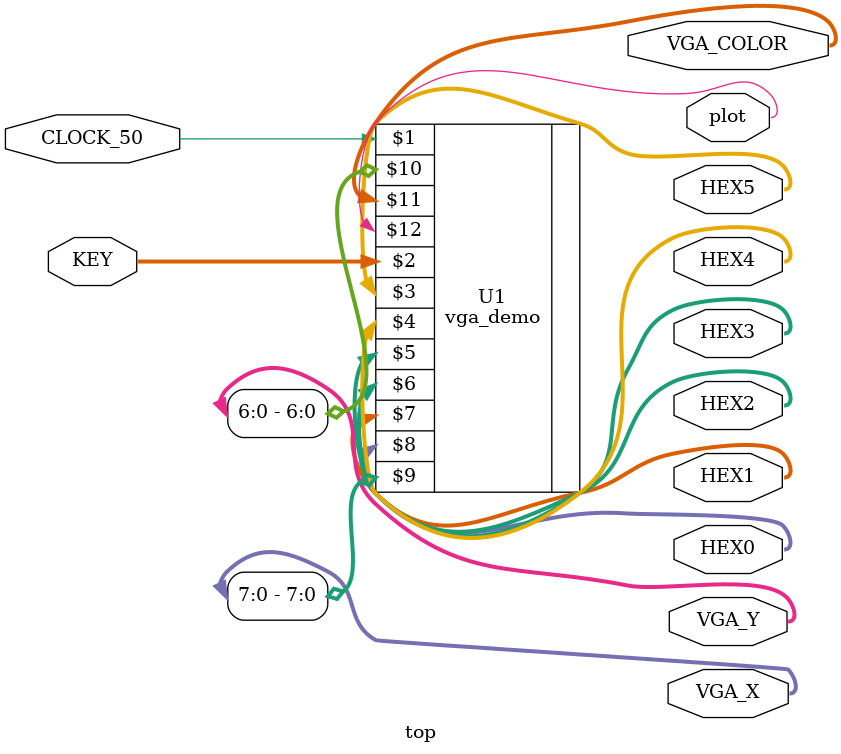
<source format=v>
module top (CLOCK_50, KEY, VGA_X, HEX0, HEX1, HEX2, HEX3, HEX4, HEX5, VGA_Y, VGA_COLOR, plot);

    input CLOCK_50;             // DE-series 50 MHz clock signal
    input wire [3:0] KEY;       // DE-series pushbuttons

    output wire [6:0] HEX0;     // DE-series HEX displays
    output wire [6:0] HEX1;
    output wire [6:0] HEX2;
    output wire [6:0] HEX3;
    output wire [6:0] HEX4;
    output wire [6:0] HEX5;

    output wire [9:0] VGA_X;    // DESim VGA signals
    output wire [8:0] VGA_Y;
    output wire [23:0] VGA_COLOR;
    output wire plot;

    vga_demo U1 (CLOCK_50, KEY, HEX5, HEX4, HEX3, HEX2, HEX1, HEX0, VGA_X[7:0], VGA_Y[6:0], VGA_COLOR, plot);

endmodule

</source>
